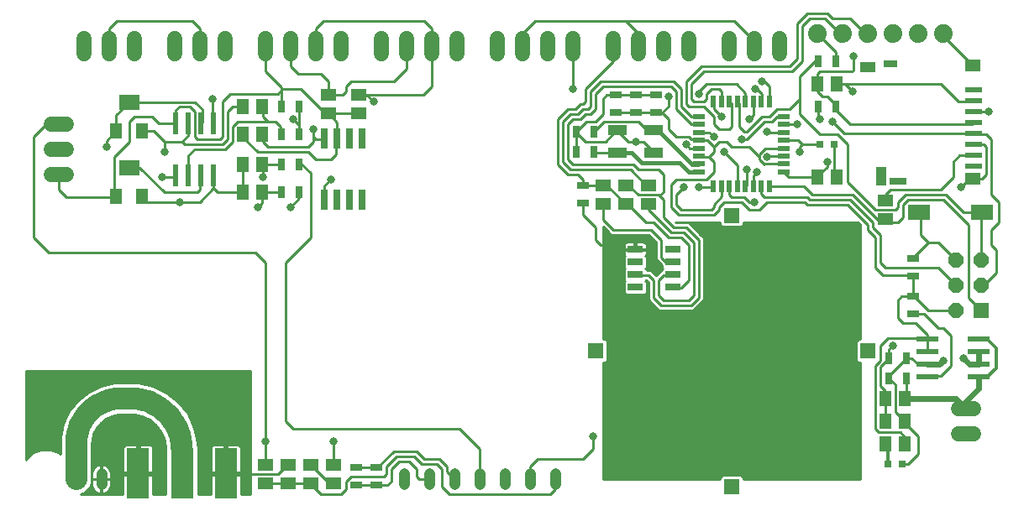
<source format=gtl>
G75*
G70*
%OFA0B0*%
%FSLAX24Y24*%
%IPPOS*%
%LPD*%
%AMOC8*
5,1,8,0,0,1.08239X$1,22.5*
%
%ADD10R,0.0500X0.0220*%
%ADD11R,0.0220X0.0500*%
%ADD12R,0.0472X0.0315*%
%ADD13R,0.0315X0.0472*%
%ADD14C,0.0600*%
%ADD15R,0.0315X0.0315*%
%ADD16R,0.0748X0.0433*%
%ADD17C,0.0740*%
%ADD18R,0.0600X0.0600*%
%ADD19OC8,0.0600*%
%ADD20R,0.0260X0.0800*%
%ADD21R,0.0689X0.0236*%
%ADD22R,0.0591X0.0512*%
%ADD23R,0.0551X0.0315*%
%ADD24R,0.0610X0.0394*%
%ADD25R,0.0669X0.0315*%
%ADD26R,0.0394X0.0748*%
%ADD27R,0.0630X0.0630*%
%ADD28R,0.0600X0.0300*%
%ADD29R,0.0866X0.0236*%
%ADD30R,0.0906X0.0630*%
%ADD31R,0.0900X0.2000*%
%ADD32C,0.0436*%
%ADD33R,0.0236X0.0866*%
%ADD34R,0.0512X0.0630*%
%ADD35R,0.0787X0.0630*%
%ADD36R,0.0512X0.0591*%
%ADD37C,0.0100*%
%ADD38C,0.0320*%
%ADD39C,0.0240*%
%ADD40C,0.0120*%
%ADD41C,0.0160*%
%ADD42C,0.0860*%
%ADD43C,0.0500*%
D10*
X027521Y016848D03*
X027521Y017163D03*
X027521Y017478D03*
X027521Y017793D03*
X027521Y018108D03*
X027521Y018423D03*
X027521Y018738D03*
X027521Y019053D03*
X030901Y019053D03*
X030901Y018738D03*
X030901Y018423D03*
X030901Y018108D03*
X030901Y017793D03*
X030901Y017478D03*
X030901Y017163D03*
X030901Y016848D03*
D11*
X030313Y016261D03*
X029998Y016261D03*
X029683Y016261D03*
X029368Y016261D03*
X029053Y016261D03*
X028738Y016261D03*
X028423Y016261D03*
X028108Y016261D03*
X028108Y019641D03*
X028423Y019641D03*
X028738Y019641D03*
X029053Y019641D03*
X029368Y019641D03*
X029683Y019641D03*
X029998Y019641D03*
X030313Y019641D03*
D12*
X025811Y019905D03*
X025011Y019905D03*
X024211Y019905D03*
X024211Y019196D03*
X025011Y019196D03*
X025811Y019196D03*
X022911Y016305D03*
X022911Y015596D03*
X036011Y013405D03*
X036011Y012696D03*
X036011Y011905D03*
X036011Y011196D03*
X014711Y005105D03*
X013911Y005105D03*
X013911Y004396D03*
X014711Y004396D03*
D13*
X011665Y016051D03*
X010956Y016051D03*
X010956Y017151D03*
X011665Y017151D03*
X011665Y018351D03*
X010956Y018351D03*
X010956Y019451D03*
X011665Y019451D03*
X022656Y018451D03*
X023365Y018451D03*
X023365Y017651D03*
X022656Y017651D03*
X032256Y019451D03*
X032965Y019451D03*
X032965Y021251D03*
X032256Y021251D03*
X035056Y009451D03*
X035765Y009451D03*
X035765Y008651D03*
X035056Y008651D03*
D14*
X037811Y007451D02*
X038411Y007451D01*
X038411Y006451D02*
X037811Y006451D01*
X030711Y021551D02*
X030711Y022151D01*
X029711Y022151D02*
X029711Y021551D01*
X028711Y021551D02*
X028711Y022151D01*
X027111Y022151D02*
X027111Y021551D01*
X026111Y021551D02*
X026111Y022151D01*
X025111Y022151D02*
X025111Y021551D01*
X024111Y021551D02*
X024111Y022151D01*
X022511Y022151D02*
X022511Y021551D01*
X021511Y021551D02*
X021511Y022151D01*
X020511Y022151D02*
X020511Y021551D01*
X019511Y021551D02*
X019511Y022151D01*
X017911Y022151D02*
X017911Y021551D01*
X016911Y021551D02*
X016911Y022151D01*
X015911Y022151D02*
X015911Y021551D01*
X014911Y021551D02*
X014911Y022151D01*
X013311Y022151D02*
X013311Y021551D01*
X012311Y021551D02*
X012311Y022151D01*
X011311Y022151D02*
X011311Y021551D01*
X010311Y021551D02*
X010311Y022151D01*
X008711Y022151D02*
X008711Y021551D01*
X007711Y021551D02*
X007711Y022151D01*
X006711Y022151D02*
X006711Y021551D01*
X005111Y021551D02*
X005111Y022151D01*
X004111Y022151D02*
X004111Y021551D01*
X003111Y021551D02*
X003111Y022151D01*
X002411Y018751D02*
X001811Y018751D01*
X001811Y017751D02*
X002411Y017751D01*
X002411Y016751D02*
X001811Y016751D01*
D15*
X032315Y017951D03*
X032906Y017951D03*
X035015Y005251D03*
X035606Y005251D03*
D16*
X025739Y017598D03*
X025739Y018503D03*
X024282Y018503D03*
X024282Y017598D03*
D17*
X032211Y022351D03*
X033211Y022351D03*
X034211Y022351D03*
X035211Y022351D03*
X036211Y022351D03*
X037211Y022351D03*
D18*
X038711Y011351D03*
D19*
X037711Y011351D03*
X037711Y012351D03*
X038711Y012351D03*
X038711Y013351D03*
X037711Y013351D03*
D20*
X014161Y015741D03*
X013661Y015741D03*
X013161Y015741D03*
X012661Y015741D03*
X012661Y018161D03*
X013161Y018161D03*
X013661Y018161D03*
X014161Y018161D03*
D21*
X038426Y018362D03*
X038426Y017929D03*
X038426Y017496D03*
X038426Y017063D03*
X038426Y018796D03*
X038426Y019229D03*
X038426Y019662D03*
X038426Y020095D03*
D22*
X038386Y021079D03*
X038386Y016591D03*
X034911Y015725D03*
X034911Y014977D03*
X025511Y015577D03*
X024611Y015577D03*
X023711Y015577D03*
X023711Y016325D03*
X024611Y016325D03*
X025511Y016325D03*
X014011Y019177D03*
X014011Y019925D03*
X012811Y019925D03*
X012811Y019177D03*
X013011Y005225D03*
X012111Y005225D03*
X011211Y005225D03*
X010311Y005225D03*
X010311Y004477D03*
X011211Y004477D03*
X012111Y004477D03*
X013011Y004477D03*
D23*
X035118Y021158D03*
D24*
X034213Y021000D03*
D25*
X035433Y016473D03*
D26*
X034764Y016670D03*
D27*
X028829Y015126D03*
X034222Y009733D03*
X028829Y004339D03*
X023435Y009733D03*
D28*
X024996Y012267D03*
X024996Y012767D03*
X024996Y013267D03*
X024996Y013767D03*
X026496Y013767D03*
X026496Y013267D03*
X026496Y012767D03*
X026496Y012267D03*
D29*
X036587Y010201D03*
X036587Y009701D03*
X036587Y009201D03*
X036587Y008701D03*
X038634Y008701D03*
X038634Y009201D03*
X038634Y009701D03*
X038634Y010201D03*
D30*
X038751Y015251D03*
X036270Y015251D03*
D31*
X008751Y004861D03*
X007011Y004861D03*
X005271Y004861D03*
D32*
X003811Y004869D02*
X003811Y004433D01*
X002811Y004433D02*
X002811Y004869D01*
X015811Y004869D02*
X015811Y004433D01*
X016811Y004433D02*
X016811Y004869D01*
X017811Y004869D02*
X017811Y004433D01*
X018811Y004433D02*
X018811Y004869D01*
X019811Y004869D02*
X019811Y004433D01*
X020811Y004433D02*
X020811Y004869D01*
X021811Y004869D02*
X021811Y004433D01*
D33*
X008261Y016727D03*
X007761Y016727D03*
X007261Y016727D03*
X006761Y016727D03*
X006761Y018774D03*
X007261Y018774D03*
X007761Y018774D03*
X008261Y018774D03*
D34*
X005413Y018480D03*
X004409Y018480D03*
X004409Y015880D03*
X005413Y015880D03*
D35*
X004911Y017021D03*
X004911Y019621D03*
D36*
X009437Y019451D03*
X010185Y019451D03*
X010185Y018351D03*
X009437Y018351D03*
X009437Y017151D03*
X010185Y017151D03*
X010185Y016051D03*
X009437Y016051D03*
X032237Y016651D03*
X032985Y016651D03*
X032985Y020351D03*
X032237Y020351D03*
X034937Y007851D03*
X035685Y007851D03*
X035685Y006951D03*
X034937Y006951D03*
X034937Y006051D03*
X035685Y006051D03*
D37*
X003167Y004117D02*
X003008Y004051D01*
X004671Y004051D01*
X004671Y004811D01*
X005221Y004811D01*
X005221Y004911D01*
X005221Y006011D01*
X004801Y006011D01*
X004763Y006000D01*
X004728Y005981D01*
X004701Y005953D01*
X004681Y005919D01*
X003441Y005919D01*
X003441Y005821D02*
X004671Y005821D01*
X004671Y005880D02*
X004671Y004911D01*
X005221Y004911D01*
X005321Y004911D01*
X005871Y004911D01*
X005871Y005880D01*
X005860Y005919D01*
X006361Y005919D01*
X006361Y005943D02*
X006361Y004051D01*
X005871Y004051D01*
X005871Y004811D01*
X005321Y004811D01*
X005321Y004911D01*
X005321Y006011D01*
X005740Y006011D01*
X005778Y006000D01*
X005813Y005981D01*
X005841Y005953D01*
X005860Y005919D01*
X005871Y005821D02*
X006361Y005821D01*
X006361Y005722D02*
X005871Y005722D01*
X005871Y005624D02*
X006361Y005624D01*
X006361Y005525D02*
X005871Y005525D01*
X005871Y005427D02*
X006361Y005427D01*
X006361Y005328D02*
X005871Y005328D01*
X005871Y005230D02*
X006361Y005230D01*
X006361Y005131D02*
X005871Y005131D01*
X005871Y005033D02*
X006361Y005033D01*
X006361Y004934D02*
X005871Y004934D01*
X005871Y004737D02*
X006361Y004737D01*
X006361Y004639D02*
X005871Y004639D01*
X005871Y004540D02*
X006361Y004540D01*
X006361Y004442D02*
X005871Y004442D01*
X005871Y004343D02*
X006361Y004343D01*
X006361Y004245D02*
X005871Y004245D01*
X005871Y004146D02*
X006361Y004146D01*
X006361Y004836D02*
X005321Y004836D01*
X005321Y004934D02*
X005221Y004934D01*
X005221Y004836D02*
X004179Y004836D01*
X004179Y004905D02*
X004165Y004976D01*
X004137Y005043D01*
X004097Y005103D01*
X004045Y005155D01*
X003985Y005195D01*
X003918Y005223D01*
X003847Y005237D01*
X003820Y005237D01*
X003820Y004660D01*
X004179Y004660D01*
X004179Y004905D01*
X004173Y004934D02*
X004671Y004934D01*
X004671Y005033D02*
X004141Y005033D01*
X004069Y005131D02*
X004671Y005131D01*
X004671Y005230D02*
X003883Y005230D01*
X003820Y005230D02*
X003802Y005230D01*
X003802Y005237D02*
X003774Y005237D01*
X003703Y005223D01*
X003636Y005195D01*
X003576Y005155D01*
X003525Y005103D01*
X003484Y005043D01*
X003457Y004976D01*
X003442Y004905D01*
X003442Y004660D01*
X003802Y004660D01*
X003802Y005237D01*
X003738Y005230D02*
X003441Y005230D01*
X003441Y005328D02*
X004671Y005328D01*
X004671Y005427D02*
X003441Y005427D01*
X003441Y005525D02*
X004671Y005525D01*
X004671Y005624D02*
X003441Y005624D01*
X003441Y005722D02*
X004671Y005722D01*
X004671Y005880D02*
X004681Y005919D01*
X005221Y005919D02*
X005321Y005919D01*
X005321Y005821D02*
X005221Y005821D01*
X005221Y005722D02*
X005321Y005722D01*
X005321Y005624D02*
X005221Y005624D01*
X005221Y005525D02*
X005321Y005525D01*
X005321Y005427D02*
X005221Y005427D01*
X005221Y005328D02*
X005321Y005328D01*
X005321Y005230D02*
X005221Y005230D01*
X005221Y005131D02*
X005321Y005131D01*
X005321Y005033D02*
X005221Y005033D01*
X004671Y004737D02*
X004179Y004737D01*
X004179Y004642D02*
X003820Y004642D01*
X003820Y004660D01*
X003802Y004660D01*
X003802Y004642D01*
X003820Y004642D01*
X003820Y004064D01*
X003847Y004064D01*
X003918Y004079D01*
X003985Y004106D01*
X004045Y004147D01*
X004097Y004198D01*
X004137Y004258D01*
X004165Y004325D01*
X004179Y004396D01*
X004179Y004642D01*
X004179Y004639D02*
X004671Y004639D01*
X004671Y004540D02*
X004179Y004540D01*
X004179Y004442D02*
X004671Y004442D01*
X004671Y004343D02*
X004168Y004343D01*
X004128Y004245D02*
X004671Y004245D01*
X004671Y004146D02*
X004045Y004146D01*
X003820Y004146D02*
X003802Y004146D01*
X003802Y004064D02*
X003802Y004642D01*
X003442Y004642D01*
X003442Y004396D01*
X003457Y004325D01*
X003484Y004258D01*
X003525Y004198D01*
X003576Y004147D01*
X003636Y004106D01*
X003703Y004079D01*
X003774Y004064D01*
X003802Y004064D01*
X003802Y004245D02*
X003820Y004245D01*
X003820Y004343D02*
X003802Y004343D01*
X003802Y004442D02*
X003820Y004442D01*
X003820Y004540D02*
X003802Y004540D01*
X003802Y004639D02*
X003820Y004639D01*
X003820Y004737D02*
X003802Y004737D01*
X003802Y004836D02*
X003820Y004836D01*
X003820Y004934D02*
X003802Y004934D01*
X003802Y005033D02*
X003820Y005033D01*
X003820Y005131D02*
X003802Y005131D01*
X003552Y005131D02*
X003441Y005131D01*
X003441Y005033D02*
X003480Y005033D01*
X003448Y004934D02*
X003441Y004934D01*
X003441Y004836D02*
X003442Y004836D01*
X003441Y004737D02*
X003442Y004737D01*
X003441Y004639D02*
X003442Y004639D01*
X003441Y004540D02*
X003442Y004540D01*
X003441Y004525D02*
X003441Y006051D01*
X003448Y006182D01*
X003506Y006437D01*
X003620Y006673D01*
X003783Y006878D01*
X003988Y007041D01*
X004224Y007155D01*
X004480Y007213D01*
X004611Y007221D01*
X004961Y007221D01*
X005120Y007212D01*
X005430Y007141D01*
X005716Y007003D01*
X005965Y006805D01*
X006163Y006556D01*
X006301Y006270D01*
X006372Y005960D01*
X006372Y005955D01*
X006361Y005943D01*
X006358Y006018D02*
X003441Y006018D01*
X003444Y006116D02*
X006336Y006116D01*
X006313Y006215D02*
X003455Y006215D01*
X003478Y006313D02*
X006280Y006313D01*
X006233Y006412D02*
X003500Y006412D01*
X003541Y006510D02*
X006185Y006510D01*
X006121Y006609D02*
X003589Y006609D01*
X003647Y006707D02*
X006043Y006707D01*
X005964Y006806D02*
X003726Y006806D01*
X003816Y006904D02*
X005840Y006904D01*
X005717Y007003D02*
X003940Y007003D01*
X004112Y007101D02*
X005512Y007101D01*
X005172Y007200D02*
X004420Y007200D01*
X003019Y007889D02*
X000811Y007889D01*
X000811Y007791D02*
X002895Y007791D01*
X002881Y007780D02*
X002540Y007352D01*
X002540Y007352D01*
X002302Y006858D01*
X002181Y006324D01*
X002181Y005639D01*
X002103Y005704D01*
X001782Y005821D01*
X001440Y005821D01*
X001118Y005704D01*
X000856Y005484D01*
X000856Y005484D01*
X000856Y005484D01*
X000811Y005405D01*
X000811Y008951D01*
X009711Y008951D01*
X009711Y004051D01*
X009351Y004051D01*
X009351Y004811D01*
X008801Y004811D01*
X008801Y004911D01*
X009351Y004911D01*
X009351Y005880D01*
X009340Y005919D01*
X009711Y005919D01*
X009711Y005821D02*
X009351Y005821D01*
X009340Y005919D02*
X009321Y005953D01*
X009293Y005981D01*
X009258Y006000D01*
X009220Y006011D01*
X008801Y006011D01*
X008801Y004911D01*
X008701Y004911D01*
X008701Y006011D01*
X008281Y006011D01*
X008243Y006000D01*
X008208Y005981D01*
X008181Y005953D01*
X008161Y005919D01*
X007661Y005919D01*
X007661Y005943D02*
X007641Y005963D01*
X007641Y006103D01*
X007506Y006691D01*
X007506Y006691D01*
X007244Y007235D01*
X007244Y007235D01*
X006868Y007708D01*
X006868Y007708D01*
X006868Y007708D01*
X006395Y008084D01*
X005851Y008346D01*
X005263Y008481D01*
X004337Y008481D01*
X003803Y008359D01*
X003310Y008121D01*
X003310Y008121D01*
X002881Y007780D01*
X002881Y007780D01*
X002812Y007692D02*
X000811Y007692D01*
X000811Y007594D02*
X002733Y007594D01*
X002654Y007495D02*
X000811Y007495D01*
X000811Y007397D02*
X002576Y007397D01*
X002514Y007298D02*
X000811Y007298D01*
X000811Y007200D02*
X002467Y007200D01*
X002419Y007101D02*
X000811Y007101D01*
X000811Y007003D02*
X002372Y007003D01*
X002325Y006904D02*
X000811Y006904D01*
X000811Y006806D02*
X002290Y006806D01*
X002302Y006858D02*
X002302Y006858D01*
X002268Y006707D02*
X000811Y006707D01*
X000811Y006609D02*
X002245Y006609D01*
X002223Y006510D02*
X000811Y006510D01*
X000811Y006412D02*
X002200Y006412D01*
X002181Y006313D02*
X000811Y006313D01*
X000811Y006215D02*
X002181Y006215D01*
X002181Y006116D02*
X000811Y006116D01*
X000811Y006018D02*
X002181Y006018D01*
X002181Y005919D02*
X000811Y005919D01*
X000811Y005821D02*
X002181Y005821D01*
X002181Y005722D02*
X002052Y005722D01*
X002103Y005704D02*
X002103Y005704D01*
X001169Y005722D02*
X000811Y005722D01*
X000811Y005624D02*
X001023Y005624D01*
X000905Y005525D02*
X000811Y005525D01*
X000811Y005427D02*
X000823Y005427D01*
X003167Y004117D02*
X003345Y004294D01*
X003441Y004525D01*
X003442Y004442D02*
X003406Y004442D01*
X003365Y004343D02*
X003453Y004343D01*
X003493Y004245D02*
X003296Y004245D01*
X003197Y004146D02*
X003577Y004146D01*
X007570Y006412D02*
X009711Y006412D01*
X009711Y006510D02*
X007548Y006510D01*
X007525Y006609D02*
X009711Y006609D01*
X009711Y006707D02*
X007499Y006707D01*
X007451Y006806D02*
X009711Y006806D01*
X009711Y006904D02*
X007404Y006904D01*
X007356Y007003D02*
X009711Y007003D01*
X009711Y007101D02*
X007309Y007101D01*
X007261Y007200D02*
X009711Y007200D01*
X009711Y007298D02*
X007194Y007298D01*
X007116Y007397D02*
X009711Y007397D01*
X009711Y007495D02*
X007037Y007495D01*
X006959Y007594D02*
X009711Y007594D01*
X009711Y007692D02*
X006880Y007692D01*
X006764Y007791D02*
X009711Y007791D01*
X009711Y007889D02*
X006640Y007889D01*
X006517Y007988D02*
X009711Y007988D01*
X009711Y008086D02*
X006391Y008086D01*
X006395Y008084D02*
X006395Y008084D01*
X006187Y008185D02*
X009711Y008185D01*
X009711Y008283D02*
X005982Y008283D01*
X005851Y008346D02*
X005851Y008346D01*
X005696Y008382D02*
X009711Y008382D01*
X009711Y008480D02*
X005265Y008480D01*
X004335Y008480D02*
X000811Y008480D01*
X000811Y008382D02*
X003903Y008382D01*
X003646Y008283D02*
X000811Y008283D01*
X000811Y008185D02*
X003441Y008185D01*
X003266Y008086D02*
X000811Y008086D01*
X000811Y007988D02*
X003142Y007988D01*
X000811Y008579D02*
X009711Y008579D01*
X009711Y008677D02*
X000811Y008677D01*
X000811Y008776D02*
X009711Y008776D01*
X009711Y008874D02*
X000811Y008874D01*
X007593Y006313D02*
X009711Y006313D01*
X009711Y006215D02*
X007615Y006215D01*
X007637Y006116D02*
X009711Y006116D01*
X009711Y006018D02*
X007641Y006018D01*
X007661Y005943D02*
X007661Y004051D01*
X008151Y004051D01*
X008151Y004811D01*
X008701Y004811D01*
X008701Y004911D01*
X008151Y004911D01*
X008151Y005880D01*
X008161Y005919D01*
X008151Y005821D02*
X007661Y005821D01*
X007661Y005722D02*
X008151Y005722D01*
X008151Y005624D02*
X007661Y005624D01*
X007661Y005525D02*
X008151Y005525D01*
X008151Y005427D02*
X007661Y005427D01*
X007661Y005328D02*
X008151Y005328D01*
X008151Y005230D02*
X007661Y005230D01*
X007661Y005131D02*
X008151Y005131D01*
X008151Y005033D02*
X007661Y005033D01*
X007661Y004934D02*
X008151Y004934D01*
X008151Y004737D02*
X007661Y004737D01*
X007661Y004639D02*
X008151Y004639D01*
X008151Y004540D02*
X007661Y004540D01*
X007661Y004442D02*
X008151Y004442D01*
X008151Y004343D02*
X007661Y004343D01*
X007661Y004245D02*
X008151Y004245D01*
X008151Y004146D02*
X007661Y004146D01*
X007661Y004836D02*
X008701Y004836D01*
X008751Y004861D02*
X008761Y004851D01*
X010811Y004851D01*
X011185Y005225D01*
X011211Y005225D01*
X012111Y005225D02*
X012859Y004477D01*
X013011Y004477D01*
X013311Y004051D02*
X012511Y004051D01*
X012111Y004451D01*
X012111Y004477D01*
X011211Y004477D01*
X010311Y004477D01*
X009711Y004442D02*
X009351Y004442D01*
X009351Y004540D02*
X009711Y004540D01*
X009711Y004639D02*
X009351Y004639D01*
X009351Y004737D02*
X009711Y004737D01*
X009711Y004836D02*
X008801Y004836D01*
X008801Y004934D02*
X008701Y004934D01*
X008701Y005033D02*
X008801Y005033D01*
X008801Y005131D02*
X008701Y005131D01*
X008701Y005230D02*
X008801Y005230D01*
X008801Y005328D02*
X008701Y005328D01*
X008701Y005427D02*
X008801Y005427D01*
X008801Y005525D02*
X008701Y005525D01*
X008701Y005624D02*
X008801Y005624D01*
X008801Y005722D02*
X008701Y005722D01*
X008701Y005821D02*
X008801Y005821D01*
X008801Y005919D02*
X008701Y005919D01*
X009351Y005722D02*
X009711Y005722D01*
X009711Y005624D02*
X009351Y005624D01*
X009351Y005525D02*
X009711Y005525D01*
X009711Y005427D02*
X009351Y005427D01*
X009351Y005328D02*
X009711Y005328D01*
X009711Y005230D02*
X009351Y005230D01*
X009351Y005131D02*
X009711Y005131D01*
X009711Y005033D02*
X009351Y005033D01*
X009351Y004934D02*
X009711Y004934D01*
X010311Y005225D02*
X010311Y006151D01*
X010311Y013251D01*
X009911Y013651D01*
X001711Y013651D01*
X001111Y014251D01*
X001111Y018251D01*
X001611Y018751D01*
X002111Y018751D01*
X004011Y018082D02*
X004011Y017851D01*
X004011Y018082D02*
X004409Y018480D01*
X004409Y019120D01*
X004911Y019621D01*
X007540Y019621D01*
X007811Y019351D01*
X007811Y018824D01*
X007761Y018774D01*
X008211Y018824D02*
X008261Y018774D01*
X008211Y018824D02*
X008211Y019751D01*
X008611Y019651D02*
X008911Y019951D01*
X010811Y019951D01*
X010956Y020096D01*
X011011Y020151D01*
X010956Y020151D01*
X010956Y020205D01*
X010311Y020851D01*
X010311Y021851D01*
X011311Y021851D02*
X011311Y021051D01*
X011611Y020751D01*
X012511Y020751D01*
X012811Y020451D01*
X012811Y019925D01*
X013385Y019925D01*
X013511Y020051D01*
X013511Y020251D01*
X013711Y020451D01*
X015411Y020451D01*
X015911Y020951D01*
X015911Y021851D01*
X016911Y021851D02*
X016911Y022551D01*
X016611Y022851D01*
X012611Y022851D01*
X012311Y022551D01*
X012311Y021851D01*
X011711Y020151D02*
X011011Y020151D01*
X010956Y020096D02*
X010956Y019451D01*
X011665Y019451D02*
X011665Y018351D01*
X011665Y018696D01*
X011411Y018951D01*
X012211Y018551D02*
X012211Y018251D01*
X012211Y018051D01*
X012011Y017851D01*
X010411Y017851D01*
X010211Y018051D01*
X010211Y018325D01*
X010185Y018351D01*
X010211Y018225D01*
X010911Y018396D02*
X010911Y018651D01*
X010711Y018851D01*
X010411Y018851D01*
X009211Y018851D01*
X009011Y018651D01*
X009011Y018051D01*
X008711Y017751D01*
X007511Y017751D01*
X007261Y017501D01*
X007261Y016727D01*
X007711Y016677D02*
X007761Y016727D01*
X007711Y016677D02*
X007711Y016151D01*
X007611Y016051D01*
X006311Y016051D01*
X005340Y017021D01*
X004911Y017021D01*
X004311Y017451D02*
X004311Y015978D01*
X004409Y015880D01*
X004379Y015851D01*
X002411Y015851D01*
X002111Y016151D01*
X002111Y016751D01*
X004311Y017451D02*
X004911Y018051D01*
X004911Y018851D01*
X005111Y019051D01*
X005811Y019051D01*
X006087Y018774D01*
X006761Y018774D01*
X006761Y019301D01*
X006911Y019451D01*
X007311Y019451D01*
X007511Y019251D01*
X007511Y018251D01*
X007611Y018151D01*
X008511Y018151D01*
X008611Y018251D01*
X008611Y019651D01*
X009011Y019451D02*
X008811Y019251D01*
X008811Y018151D01*
X008611Y017951D01*
X007111Y017951D01*
X007011Y018051D01*
X007261Y018301D01*
X007261Y018774D01*
X007011Y018051D02*
X006311Y018051D01*
X006311Y017651D01*
X006311Y018051D02*
X005881Y018480D01*
X005413Y018480D01*
X006761Y016727D02*
X006684Y016651D01*
X006211Y016651D01*
X005413Y015880D02*
X005413Y015849D01*
X005611Y015651D01*
X006911Y015651D01*
X007711Y015651D01*
X008261Y016201D01*
X008411Y016051D01*
X009437Y016051D01*
X009437Y017151D01*
X010185Y017151D02*
X010211Y017125D01*
X010211Y016651D01*
X010185Y017151D02*
X010185Y017377D01*
X010185Y017151D02*
X010956Y017151D01*
X011665Y017151D02*
X011765Y017151D01*
X012111Y016805D01*
X012111Y014251D01*
X011111Y013251D01*
X011111Y006951D01*
X011411Y006651D01*
X018011Y006651D01*
X018811Y005851D01*
X018811Y004651D01*
X017811Y004651D02*
X017511Y004951D01*
X017511Y005151D01*
X017211Y005451D01*
X016611Y005451D01*
X016311Y005751D01*
X015411Y005751D01*
X014765Y005105D01*
X014711Y005105D01*
X013911Y005105D01*
X013711Y004751D02*
X015011Y004751D01*
X015111Y004851D01*
X015111Y005151D01*
X015511Y005551D01*
X016211Y005551D01*
X016511Y005251D01*
X017111Y005251D01*
X017311Y005051D01*
X017311Y004351D01*
X017611Y004051D01*
X021611Y004051D01*
X021811Y004251D01*
X021811Y004651D01*
X020811Y004651D02*
X020811Y005151D01*
X021111Y005451D01*
X022911Y005451D01*
X023311Y005851D01*
X023311Y006351D01*
X023711Y006313D02*
X033911Y006313D01*
X033911Y006215D02*
X023711Y006215D01*
X023711Y006116D02*
X033911Y006116D01*
X033911Y006018D02*
X023711Y006018D01*
X023711Y005919D02*
X033911Y005919D01*
X033911Y005821D02*
X023711Y005821D01*
X023711Y005722D02*
X033911Y005722D01*
X033911Y005624D02*
X023711Y005624D01*
X023711Y005525D02*
X033911Y005525D01*
X033911Y005427D02*
X023711Y005427D01*
X023711Y005328D02*
X033911Y005328D01*
X033911Y005230D02*
X023711Y005230D01*
X023711Y005131D02*
X033911Y005131D01*
X033911Y005033D02*
X023711Y005033D01*
X023711Y004934D02*
X033911Y004934D01*
X033911Y004836D02*
X023711Y004836D01*
X023711Y004737D02*
X028385Y004737D01*
X028364Y004716D02*
X028364Y004651D01*
X023711Y004651D01*
X023711Y009268D01*
X023812Y009268D01*
X023900Y009355D01*
X023900Y010110D01*
X023812Y010197D01*
X023711Y010197D01*
X023711Y014668D01*
X023911Y014468D01*
X024028Y014351D01*
X025528Y014351D01*
X025811Y014068D01*
X025811Y013368D01*
X026011Y013168D01*
X026046Y013132D01*
X026046Y013055D01*
X026084Y013017D01*
X026046Y012979D01*
X026046Y012951D01*
X026028Y012951D01*
X025911Y012833D01*
X025811Y012733D01*
X025711Y012833D01*
X025593Y012951D01*
X025446Y012951D01*
X025446Y012979D01*
X025409Y013017D01*
X025446Y013055D01*
X025446Y013479D01*
X025409Y013517D01*
X025416Y013525D01*
X025436Y013559D01*
X025446Y013597D01*
X025446Y013742D01*
X025021Y013742D01*
X025021Y013792D01*
X024971Y013792D01*
X024971Y013742D01*
X024546Y013742D01*
X024546Y013597D01*
X024557Y013559D01*
X024576Y013525D01*
X024584Y013517D01*
X024546Y013479D01*
X024546Y013055D01*
X024584Y013017D01*
X024546Y012979D01*
X024546Y012555D01*
X024584Y012517D01*
X024546Y012479D01*
X024546Y012055D01*
X024634Y011967D01*
X025359Y011967D01*
X025446Y012055D01*
X025446Y012479D01*
X025409Y012517D01*
X025435Y012543D01*
X025511Y012468D01*
X025511Y011768D01*
X025928Y011351D01*
X027293Y011351D01*
X027411Y011468D01*
X027711Y011768D01*
X027711Y014233D01*
X027593Y014351D01*
X027211Y014733D01*
X027093Y014851D01*
X026593Y014851D01*
X028364Y014851D01*
X028364Y014749D01*
X028452Y014661D01*
X029206Y014661D01*
X029294Y014749D01*
X029294Y014851D01*
X033828Y014851D01*
X033911Y014768D01*
X033911Y010197D01*
X033845Y010197D01*
X033757Y010110D01*
X033757Y009355D01*
X033845Y009268D01*
X023813Y009268D01*
X023900Y009367D02*
X033757Y009367D01*
X033757Y009465D02*
X023900Y009465D01*
X023900Y009564D02*
X033757Y009564D01*
X033757Y009662D02*
X023900Y009662D01*
X023900Y009761D02*
X033757Y009761D01*
X033757Y009859D02*
X023900Y009859D01*
X023900Y009958D02*
X033757Y009958D01*
X033757Y010056D02*
X023900Y010056D01*
X023855Y010155D02*
X033802Y010155D01*
X033911Y010253D02*
X023711Y010253D01*
X023711Y010352D02*
X033911Y010352D01*
X033911Y010450D02*
X023711Y010450D01*
X023711Y010549D02*
X033911Y010549D01*
X033911Y010647D02*
X023711Y010647D01*
X023711Y010746D02*
X033911Y010746D01*
X033911Y010844D02*
X023711Y010844D01*
X023711Y010943D02*
X033911Y010943D01*
X033911Y011041D02*
X023711Y011041D01*
X023711Y011140D02*
X033911Y011140D01*
X033911Y011238D02*
X023711Y011238D01*
X023711Y011337D02*
X033911Y011337D01*
X033911Y011435D02*
X027378Y011435D01*
X027476Y011534D02*
X033911Y011534D01*
X033911Y011632D02*
X027575Y011632D01*
X027673Y011731D02*
X033911Y011731D01*
X033911Y011829D02*
X027711Y011829D01*
X027711Y011928D02*
X033911Y011928D01*
X033911Y012026D02*
X027711Y012026D01*
X027711Y012125D02*
X033911Y012125D01*
X033911Y012223D02*
X027711Y012223D01*
X027711Y012322D02*
X033911Y012322D01*
X033911Y012420D02*
X027711Y012420D01*
X027711Y012519D02*
X033911Y012519D01*
X033911Y012617D02*
X027711Y012617D01*
X027711Y012716D02*
X033911Y012716D01*
X033911Y012814D02*
X027711Y012814D01*
X027711Y012913D02*
X033911Y012913D01*
X033911Y013011D02*
X027711Y013011D01*
X027711Y013110D02*
X033911Y013110D01*
X033911Y013208D02*
X027711Y013208D01*
X027711Y013307D02*
X033911Y013307D01*
X033911Y013405D02*
X027711Y013405D01*
X027711Y013504D02*
X033911Y013504D01*
X033911Y013602D02*
X027711Y013602D01*
X027711Y013701D02*
X033911Y013701D01*
X033911Y013799D02*
X027711Y013799D01*
X027711Y013898D02*
X033911Y013898D01*
X033911Y013996D02*
X027711Y013996D01*
X027711Y014095D02*
X033911Y014095D01*
X033911Y014193D02*
X027711Y014193D01*
X027652Y014292D02*
X033911Y014292D01*
X033911Y014390D02*
X027554Y014390D01*
X027593Y014351D02*
X027593Y014351D01*
X027455Y014489D02*
X033911Y014489D01*
X033911Y014587D02*
X027357Y014587D01*
X027258Y014686D02*
X028427Y014686D01*
X028364Y014784D02*
X027160Y014784D01*
X027211Y014733D02*
X027211Y014733D01*
X027011Y014651D02*
X027511Y014151D01*
X027511Y011851D01*
X027211Y011551D01*
X026011Y011551D01*
X025711Y011851D01*
X025711Y012551D01*
X025511Y012751D01*
X025013Y012751D01*
X024996Y012767D01*
X024546Y012814D02*
X023711Y012814D01*
X023711Y012716D02*
X024546Y012716D01*
X024546Y012617D02*
X023711Y012617D01*
X023711Y012519D02*
X024583Y012519D01*
X024546Y012420D02*
X023711Y012420D01*
X023711Y012322D02*
X024546Y012322D01*
X024546Y012223D02*
X023711Y012223D01*
X023711Y012125D02*
X024546Y012125D01*
X024575Y012026D02*
X023711Y012026D01*
X023711Y011928D02*
X025511Y011928D01*
X025511Y012026D02*
X025418Y012026D01*
X025446Y012125D02*
X025511Y012125D01*
X025511Y012223D02*
X025446Y012223D01*
X025446Y012322D02*
X025511Y012322D01*
X025511Y012420D02*
X025446Y012420D01*
X025460Y012519D02*
X025410Y012519D01*
X025730Y012814D02*
X025891Y012814D01*
X025990Y012913D02*
X025631Y012913D01*
X025415Y013011D02*
X026078Y013011D01*
X026046Y013110D02*
X025446Y013110D01*
X025446Y013208D02*
X025970Y013208D01*
X025872Y013307D02*
X025446Y013307D01*
X025446Y013405D02*
X025811Y013405D01*
X025811Y013504D02*
X025422Y013504D01*
X025446Y013602D02*
X025811Y013602D01*
X025811Y013701D02*
X025446Y013701D01*
X025446Y013792D02*
X025021Y013792D01*
X025021Y014067D01*
X025316Y014067D01*
X025354Y014057D01*
X025389Y014037D01*
X025416Y014009D01*
X025436Y013975D01*
X025446Y013937D01*
X025446Y013792D01*
X025446Y013799D02*
X025811Y013799D01*
X025811Y013898D02*
X025446Y013898D01*
X025424Y013996D02*
X025811Y013996D01*
X025784Y014095D02*
X023711Y014095D01*
X023711Y014193D02*
X025685Y014193D01*
X025587Y014292D02*
X023711Y014292D01*
X023711Y014390D02*
X023988Y014390D01*
X023890Y014489D02*
X023711Y014489D01*
X023711Y014587D02*
X023791Y014587D01*
X024111Y014551D02*
X023711Y014951D01*
X023711Y015577D01*
X023863Y016325D02*
X024611Y015577D01*
X024685Y015577D01*
X025411Y014851D01*
X025711Y014851D01*
X026311Y014251D01*
X026811Y014251D01*
X027111Y013951D01*
X027111Y012551D01*
X026811Y012251D01*
X026513Y012251D01*
X026496Y012267D01*
X026111Y012751D02*
X025911Y012551D01*
X025911Y011951D01*
X026111Y011751D01*
X027111Y011751D01*
X027311Y011951D01*
X027311Y014051D01*
X026911Y014451D01*
X026411Y014451D01*
X025511Y015351D01*
X025511Y015577D01*
X025111Y015951D02*
X025911Y015951D01*
X025961Y015901D01*
X026111Y016051D01*
X026111Y016751D01*
X025911Y016951D01*
X025111Y016951D01*
X024911Y017151D01*
X022511Y017151D01*
X022311Y017351D01*
X022311Y018751D01*
X022511Y018951D01*
X022811Y018951D01*
X023011Y019151D01*
X023211Y019151D01*
X023411Y019351D01*
X023411Y019951D01*
X023711Y020251D01*
X026411Y020251D01*
X026611Y020051D01*
X026611Y019351D01*
X027211Y018751D01*
X027508Y018751D01*
X027521Y018738D01*
X027521Y019053D02*
X027213Y019053D01*
X027211Y019051D01*
X026811Y019451D01*
X026811Y020151D01*
X026511Y020451D01*
X023611Y020451D01*
X023211Y020051D01*
X023211Y019451D01*
X023111Y019351D01*
X022911Y019351D01*
X022711Y019151D01*
X022411Y019151D01*
X022111Y018851D01*
X022111Y017251D01*
X022411Y016951D01*
X024811Y016951D01*
X025437Y016325D01*
X025511Y016325D01*
X025111Y015951D02*
X024737Y016325D01*
X024611Y016325D01*
X023863Y016325D02*
X023711Y016325D01*
X023691Y016305D01*
X022911Y016305D01*
X022911Y016551D01*
X022711Y016751D01*
X022311Y016751D01*
X021911Y017151D01*
X021911Y018951D01*
X022311Y019351D01*
X022611Y019351D01*
X022811Y019551D01*
X022911Y019551D01*
X023011Y019651D01*
X023011Y020151D01*
X024111Y021251D01*
X024111Y021851D01*
X025111Y021851D02*
X025111Y022351D01*
X024611Y022851D01*
X028911Y022851D01*
X029711Y022051D01*
X029711Y021851D01*
X031111Y021051D02*
X027611Y021051D01*
X027011Y020451D01*
X027011Y019551D01*
X027111Y019451D01*
X027711Y019451D01*
X028111Y019051D01*
X028111Y018751D01*
X028311Y018551D01*
X028711Y018551D01*
X028811Y018651D01*
X028811Y019568D01*
X028738Y019641D01*
X028711Y019613D01*
X028423Y019641D02*
X028423Y020038D01*
X028311Y020151D01*
X028011Y020151D01*
X027811Y019951D01*
X027811Y019751D01*
X027711Y019651D01*
X027311Y019651D01*
X027211Y019751D01*
X027211Y020351D01*
X027711Y020851D01*
X031211Y020851D01*
X031611Y021251D01*
X031611Y022651D01*
X031911Y022951D01*
X032511Y022951D01*
X033111Y022351D01*
X033211Y022351D01*
X033511Y022951D02*
X032811Y022951D01*
X032611Y023151D01*
X031811Y023151D01*
X031411Y022751D01*
X031411Y021351D01*
X031111Y021051D01*
X031511Y020651D02*
X032111Y021251D01*
X032256Y021251D01*
X032311Y020851D02*
X033611Y020851D01*
X033661Y020901D01*
X033661Y021451D01*
X032965Y021596D02*
X032211Y022351D01*
X032965Y021596D02*
X032965Y021251D01*
X032311Y020851D02*
X032211Y020751D01*
X032211Y020377D01*
X032237Y020351D01*
X032211Y020325D01*
X032211Y020051D01*
X032411Y019851D01*
X032611Y019851D01*
X032965Y019496D01*
X032965Y019451D01*
X032965Y019296D01*
X033511Y018751D01*
X038381Y018751D01*
X038426Y018796D01*
X038426Y019229D02*
X038989Y019229D01*
X039011Y019251D01*
X038426Y019662D02*
X038415Y019651D01*
X037811Y019651D01*
X037111Y020351D01*
X033311Y020351D01*
X033611Y020051D01*
X033311Y020351D02*
X032985Y020351D01*
X032256Y019451D02*
X032256Y019105D01*
X032311Y019051D01*
X032311Y018951D01*
X032811Y018851D02*
X033299Y018362D01*
X038426Y018362D01*
X038437Y018351D01*
X038911Y018351D01*
X039111Y018151D01*
X039111Y015951D01*
X039411Y015651D01*
X039411Y014851D01*
X039111Y014551D01*
X039111Y013951D01*
X039311Y013751D01*
X039311Y012851D01*
X038811Y012351D01*
X038711Y012351D01*
X038211Y011851D02*
X038711Y011351D01*
X038211Y011851D02*
X038211Y014751D01*
X037211Y015751D01*
X035811Y015751D01*
X035611Y015551D01*
X035611Y015051D01*
X035411Y014851D01*
X035037Y014851D01*
X034911Y014977D01*
X034885Y014951D01*
X034611Y014951D01*
X033611Y015951D01*
X032011Y015951D01*
X031701Y016261D01*
X030313Y016261D01*
X029998Y016261D02*
X029998Y015963D01*
X030111Y015851D01*
X031811Y015851D01*
X031911Y015751D01*
X033511Y015751D01*
X034411Y014851D01*
X034411Y014651D01*
X034711Y014351D01*
X034711Y013251D01*
X034911Y013051D01*
X037011Y013051D01*
X037711Y012351D01*
X037711Y013351D02*
X037011Y014051D01*
X036611Y014051D01*
X036011Y013451D01*
X036011Y013405D01*
X035956Y012751D02*
X036011Y012696D01*
X036011Y011905D01*
X036056Y011905D01*
X036611Y011351D01*
X037711Y011351D01*
X037211Y010651D02*
X037011Y010651D01*
X036465Y011196D01*
X036011Y011196D01*
X036111Y010851D02*
X035611Y010851D01*
X035411Y011051D01*
X035411Y011751D01*
X035565Y011905D01*
X036011Y011905D01*
X035956Y012751D02*
X034811Y012751D01*
X034511Y013051D01*
X034511Y014251D01*
X034211Y014551D01*
X034211Y014751D01*
X033411Y015551D01*
X031811Y015551D01*
X031711Y015651D01*
X030211Y015651D01*
X029911Y015351D01*
X029511Y015351D01*
X029211Y015651D01*
X028511Y015651D01*
X028311Y015451D01*
X028311Y015351D01*
X028111Y015151D01*
X026711Y015151D01*
X026411Y015451D01*
X026411Y016351D01*
X026611Y016551D01*
X027811Y016551D01*
X028111Y016851D01*
X028111Y017251D01*
X027911Y017451D01*
X027548Y017451D01*
X027521Y017478D01*
X027521Y017793D02*
X027168Y017793D01*
X027011Y017951D01*
X027211Y018151D02*
X027478Y018151D01*
X027521Y018108D01*
X027853Y018108D01*
X028111Y017851D01*
X028311Y018051D01*
X028611Y018051D01*
X028811Y017851D01*
X029511Y017851D01*
X029911Y017451D01*
X029911Y017351D01*
X030111Y017151D01*
X030123Y017163D01*
X030901Y017163D01*
X030901Y016848D02*
X031098Y016651D01*
X032237Y016651D01*
X032237Y016677D01*
X032611Y017051D01*
X032611Y017251D01*
X032906Y016729D02*
X032985Y016651D01*
X032906Y016729D02*
X032906Y017951D01*
X033011Y018351D02*
X033411Y017951D01*
X033411Y016451D01*
X034511Y015351D01*
X035311Y015351D01*
X035411Y015451D01*
X035411Y015651D01*
X035711Y015951D01*
X037311Y015951D01*
X038011Y015251D01*
X038751Y015251D01*
X038711Y015210D01*
X038711Y013351D01*
X037711Y013351D02*
X037711Y013405D01*
X036611Y014051D02*
X036311Y014351D01*
X036311Y015210D01*
X036270Y015251D01*
X037111Y016151D02*
X035111Y016151D01*
X034911Y015951D01*
X034911Y015725D01*
X034911Y014977D02*
X035037Y014951D01*
X033894Y014784D02*
X029294Y014784D01*
X029230Y014686D02*
X033911Y014686D01*
X037111Y016151D02*
X037611Y016651D01*
X037611Y017251D01*
X037856Y017496D01*
X038426Y017496D01*
X038426Y017929D02*
X038447Y017951D01*
X038811Y017951D01*
X038911Y017851D01*
X038911Y016751D01*
X038751Y016591D01*
X038386Y016591D01*
X038251Y016591D01*
X037911Y016251D01*
X033011Y018351D02*
X032311Y018351D01*
X031511Y019151D01*
X031511Y019751D01*
X031511Y020651D01*
X031511Y019751D02*
X031111Y019351D01*
X030611Y019351D01*
X030311Y019051D01*
X030011Y019051D01*
X029411Y018451D01*
X029311Y018451D01*
X029111Y018651D01*
X029111Y019583D01*
X029053Y019641D01*
X029368Y019641D02*
X029368Y019993D01*
X029011Y020351D01*
X027811Y020351D01*
X027511Y020051D01*
X027511Y019951D01*
X028108Y019641D02*
X028111Y019638D01*
X028111Y019351D01*
X028411Y019051D01*
X027938Y018423D02*
X027521Y018423D01*
X027211Y018151D02*
X027111Y018251D01*
X026611Y018251D01*
X026311Y018551D01*
X026311Y018951D01*
X026065Y019196D01*
X026056Y019196D01*
X026311Y019451D01*
X026311Y019851D01*
X025856Y019905D02*
X025811Y019905D01*
X025011Y019905D01*
X024211Y019905D01*
X023865Y019905D01*
X023711Y019751D01*
X023711Y019151D01*
X023411Y018851D01*
X023056Y018851D01*
X022656Y018451D01*
X022656Y018405D01*
X023011Y018051D01*
X023811Y018051D01*
X024261Y018501D01*
X024711Y018051D01*
X025011Y018051D01*
X025311Y018051D01*
X025711Y017651D01*
X025711Y017551D01*
X025739Y018503D02*
X025458Y018503D01*
X025111Y018851D01*
X023765Y018851D01*
X023365Y018451D01*
X022656Y018451D02*
X022656Y017651D01*
X023365Y017651D02*
X023418Y017598D01*
X024282Y017598D01*
X024211Y019196D02*
X025011Y019196D01*
X025811Y019196D01*
X026056Y019196D01*
X027938Y018423D02*
X028111Y018251D01*
X028111Y017851D02*
X028111Y017651D01*
X027911Y017451D01*
X028511Y017651D02*
X029053Y017108D01*
X029053Y016261D01*
X028738Y016261D02*
X028711Y016233D01*
X028711Y015951D01*
X028811Y015851D01*
X029311Y015851D01*
X029511Y015651D01*
X029711Y015651D01*
X029683Y016261D02*
X029683Y016723D01*
X029811Y016851D01*
X029411Y016951D02*
X029411Y016303D01*
X029368Y016261D01*
X028423Y016261D02*
X028423Y015863D01*
X028111Y015551D01*
X028111Y015451D01*
X028011Y015351D01*
X026811Y015351D01*
X026611Y015551D01*
X026611Y015951D01*
X026911Y016251D01*
X027511Y016251D02*
X028098Y016251D01*
X028108Y016261D01*
X026111Y015751D02*
X026111Y015051D01*
X026511Y014651D01*
X027011Y014651D01*
X026593Y014851D02*
X026593Y014851D01*
X026011Y014151D02*
X026011Y013451D01*
X026211Y013251D01*
X026480Y013251D01*
X026496Y013267D01*
X026496Y012767D02*
X026480Y012751D01*
X026111Y012751D01*
X024578Y013011D02*
X023711Y013011D01*
X023711Y012913D02*
X024546Y012913D01*
X024546Y013110D02*
X023711Y013110D01*
X023711Y013208D02*
X024546Y013208D01*
X024546Y013307D02*
X023711Y013307D01*
X023711Y013405D02*
X024546Y013405D01*
X024571Y013504D02*
X023711Y013504D01*
X023711Y013602D02*
X024546Y013602D01*
X024546Y013701D02*
X023711Y013701D01*
X023711Y013799D02*
X024546Y013799D01*
X024546Y013792D02*
X024971Y013792D01*
X024971Y014067D01*
X024677Y014067D01*
X024639Y014057D01*
X024604Y014037D01*
X024576Y014009D01*
X024557Y013975D01*
X024546Y013937D01*
X024546Y013792D01*
X024511Y013751D02*
X024980Y013751D01*
X024996Y013767D01*
X024971Y013799D02*
X025021Y013799D01*
X025021Y013898D02*
X024971Y013898D01*
X024971Y013996D02*
X025021Y013996D01*
X024569Y013996D02*
X023711Y013996D01*
X023711Y013898D02*
X024546Y013898D01*
X024511Y013751D02*
X024311Y013951D01*
X023611Y013951D01*
X023411Y014151D01*
X023411Y014651D01*
X022911Y015151D01*
X022911Y015596D01*
X024111Y014551D02*
X025611Y014551D01*
X026011Y014151D01*
X026111Y015751D02*
X025961Y015901D01*
X029211Y018151D02*
X029411Y018151D01*
X030111Y018851D01*
X030411Y018851D01*
X030613Y019053D01*
X030901Y019053D01*
X030901Y018738D02*
X031398Y018738D01*
X031411Y018751D01*
X030901Y018423D02*
X030238Y018423D01*
X030211Y018451D01*
X030153Y017793D02*
X029911Y017551D01*
X029911Y017451D01*
X030211Y017451D02*
X030238Y017478D01*
X030901Y017478D01*
X030901Y017793D02*
X030153Y017793D01*
X030858Y018151D02*
X030901Y018108D01*
X031453Y018108D01*
X031611Y017951D01*
X032315Y017951D01*
X031611Y017951D02*
X031511Y017851D01*
X031511Y017651D01*
X029683Y019123D02*
X029511Y018951D01*
X029683Y019123D02*
X029683Y019641D01*
X029998Y019641D02*
X030011Y019653D01*
X030011Y019951D01*
X029811Y020151D01*
X029761Y020151D01*
X030011Y020451D02*
X030111Y020451D01*
X030313Y020248D01*
X030313Y019641D01*
X033511Y022951D02*
X034111Y022351D01*
X034211Y022351D01*
X037211Y022351D02*
X037211Y022255D01*
X038386Y021079D01*
X024611Y022851D02*
X021011Y022851D01*
X020511Y022351D01*
X020511Y021851D01*
X022511Y021851D02*
X022511Y020151D01*
X016911Y020251D02*
X016585Y019925D01*
X014011Y019925D01*
X014337Y019925D01*
X014611Y019651D01*
X014011Y019177D02*
X012811Y019177D01*
X012685Y019177D01*
X011711Y020151D01*
X010185Y019451D02*
X010211Y019251D01*
X010211Y019051D01*
X010411Y018851D01*
X010911Y018396D02*
X010956Y018351D01*
X012211Y018251D02*
X012311Y018151D01*
X012651Y018151D01*
X012661Y018161D01*
X013111Y018111D02*
X013161Y018161D01*
X013161Y018827D01*
X012811Y019177D01*
X013111Y018111D02*
X013111Y017551D01*
X012911Y017351D01*
X012311Y017351D01*
X012011Y017651D01*
X010011Y017651D01*
X009437Y018225D01*
X009437Y018351D01*
X009437Y019451D02*
X009011Y019451D01*
X007711Y021851D02*
X007711Y022551D01*
X007411Y022851D01*
X004411Y022851D01*
X004111Y022551D01*
X004111Y021851D01*
X008261Y016727D02*
X008261Y016201D01*
X010011Y015451D02*
X010185Y015625D01*
X010185Y016051D01*
X010956Y016051D01*
X011311Y015451D02*
X011665Y015805D01*
X011665Y016051D01*
X012661Y016301D02*
X012661Y015741D01*
X012661Y016301D02*
X012911Y016551D01*
X016911Y020251D02*
X016911Y021851D01*
X023711Y011829D02*
X025511Y011829D01*
X025548Y011731D02*
X023711Y011731D01*
X023711Y011632D02*
X025646Y011632D01*
X025745Y011534D02*
X023711Y011534D01*
X023711Y011435D02*
X025843Y011435D01*
X023711Y009170D02*
X033911Y009170D01*
X033911Y009268D02*
X033911Y004651D01*
X029294Y004651D01*
X029294Y004716D01*
X029206Y004804D01*
X028452Y004804D01*
X028364Y004716D01*
X029272Y004737D02*
X033911Y004737D01*
X035606Y005251D02*
X035811Y005251D01*
X036211Y005651D01*
X036211Y006351D01*
X035685Y006877D01*
X035685Y006951D01*
X035311Y007325D01*
X035311Y008396D01*
X035056Y008651D01*
X035056Y008742D01*
X035765Y009451D01*
X035965Y009451D01*
X036215Y009201D01*
X036587Y009201D01*
X036637Y008751D02*
X036587Y008701D01*
X036637Y008751D02*
X037111Y008751D01*
X037511Y009151D01*
X037511Y010351D01*
X037211Y010651D01*
X036587Y010374D02*
X036587Y010201D01*
X036537Y010251D01*
X035011Y010251D01*
X034711Y009951D01*
X034711Y009351D01*
X034511Y009151D01*
X034511Y006651D01*
X034661Y006501D01*
X035511Y006501D01*
X035685Y006327D01*
X035685Y006051D01*
X035685Y006951D02*
X035665Y006970D01*
X034937Y006951D02*
X034937Y007851D01*
X034911Y007851D01*
X034911Y008151D01*
X034711Y008351D01*
X034711Y009105D01*
X035056Y009451D01*
X035056Y009796D01*
X035211Y009951D01*
X036261Y009701D02*
X036587Y009701D01*
X036587Y010201D01*
X036587Y010374D02*
X036111Y010851D01*
X033911Y009268D02*
X033845Y009268D01*
X033911Y009071D02*
X023711Y009071D01*
X023711Y008973D02*
X033911Y008973D01*
X033911Y008874D02*
X023711Y008874D01*
X023711Y008776D02*
X033911Y008776D01*
X033911Y008677D02*
X023711Y008677D01*
X023711Y008579D02*
X033911Y008579D01*
X033911Y008480D02*
X023711Y008480D01*
X023711Y008382D02*
X033911Y008382D01*
X033911Y008283D02*
X023711Y008283D01*
X023711Y008185D02*
X033911Y008185D01*
X033911Y008086D02*
X023711Y008086D01*
X023711Y007988D02*
X033911Y007988D01*
X033911Y007889D02*
X023711Y007889D01*
X023711Y007791D02*
X033911Y007791D01*
X033911Y007692D02*
X023711Y007692D01*
X023711Y007594D02*
X033911Y007594D01*
X033911Y007495D02*
X023711Y007495D01*
X023711Y007397D02*
X033911Y007397D01*
X033911Y007298D02*
X023711Y007298D01*
X023711Y007200D02*
X033911Y007200D01*
X033911Y007101D02*
X023711Y007101D01*
X023711Y007003D02*
X033911Y007003D01*
X033911Y006904D02*
X023711Y006904D01*
X023711Y006806D02*
X033911Y006806D01*
X033911Y006707D02*
X023711Y006707D01*
X023711Y006609D02*
X033911Y006609D01*
X033911Y006510D02*
X023711Y006510D01*
X023711Y006412D02*
X033911Y006412D01*
X035665Y007870D02*
X035685Y007851D01*
X035765Y007931D01*
X035765Y008651D01*
X035056Y008651D02*
X034956Y008742D01*
X035056Y008651D02*
X034956Y008505D01*
X016811Y004651D02*
X016411Y004651D01*
X016311Y004751D01*
X016311Y005051D01*
X016011Y005351D01*
X015611Y005351D01*
X015311Y005051D01*
X015311Y004551D01*
X015156Y004396D01*
X014711Y004396D01*
X013911Y004396D01*
X013711Y004751D02*
X013511Y004551D01*
X013511Y004251D01*
X013311Y004051D01*
X013011Y005225D02*
X013011Y006151D01*
X009711Y004343D02*
X009351Y004343D01*
X009351Y004245D02*
X009711Y004245D01*
X009711Y004146D02*
X009351Y004146D01*
D38*
X010311Y006151D03*
X009111Y006351D03*
X008111Y006351D03*
X008111Y007351D03*
X009111Y007351D03*
X009111Y008351D03*
X008111Y008351D03*
X007111Y008351D03*
X004811Y007051D03*
X004011Y006851D03*
X003611Y006151D03*
X003611Y005451D03*
X005611Y006751D03*
X006111Y006151D03*
X006211Y005351D03*
X006211Y004751D03*
X002111Y007351D03*
X001111Y007351D03*
X001111Y008351D03*
X002111Y008351D03*
X003111Y008351D03*
X001111Y006351D03*
X013011Y006151D03*
X023311Y006351D03*
X024611Y006851D03*
X027611Y006851D03*
X030611Y006851D03*
X033611Y006851D03*
X033611Y008851D03*
X035211Y009951D03*
X033611Y010851D03*
X030611Y010851D03*
X027611Y010851D03*
X024611Y010851D03*
X024611Y008851D03*
X027611Y008851D03*
X030611Y008851D03*
X030611Y012851D03*
X028611Y012851D03*
X028611Y014351D03*
X029711Y015651D03*
X029811Y016851D03*
X029411Y016951D03*
X030211Y017451D03*
X029211Y018151D03*
X028511Y017651D03*
X028111Y018251D03*
X027011Y017951D03*
X028411Y019051D03*
X029511Y018951D03*
X030211Y018451D03*
X031411Y018751D03*
X032311Y018951D03*
X032811Y018851D03*
X033611Y020051D03*
X033661Y021451D03*
X030011Y020451D03*
X029761Y020151D03*
X027511Y019951D03*
X026311Y019851D03*
X025011Y018051D03*
X026911Y016251D03*
X027511Y016251D03*
X030611Y014351D03*
X033611Y014351D03*
X033611Y012851D03*
X037211Y009351D03*
X038011Y009451D03*
X033611Y004851D03*
X030611Y004851D03*
X027611Y004851D03*
X024611Y004851D03*
X011311Y015451D03*
X010011Y015451D03*
X010211Y016651D03*
X012911Y016551D03*
X012211Y018551D03*
X011411Y018951D03*
X014611Y019651D03*
X008211Y019751D03*
X006311Y017651D03*
X006211Y016651D03*
X006911Y015651D03*
X004011Y017851D03*
X022511Y020151D03*
X031511Y017651D03*
X032611Y017251D03*
X037911Y016251D03*
X039011Y019251D03*
D39*
X038634Y009701D02*
X038634Y009201D01*
X038261Y009201D01*
X038011Y009451D01*
X037211Y009351D02*
X037061Y009201D01*
X036587Y009201D01*
X035685Y007851D02*
X037711Y007851D01*
X038111Y007451D01*
X038111Y007751D01*
X038611Y008251D01*
X038611Y008677D01*
X038634Y008701D01*
D40*
X038961Y008701D01*
X039311Y009051D01*
X039311Y009851D01*
X038911Y010251D01*
X038684Y010251D01*
X038634Y010201D01*
X034937Y006051D02*
X035015Y005972D01*
X035015Y005251D01*
D41*
X027521Y016848D02*
X027518Y016851D01*
X027111Y016851D01*
X026761Y017201D01*
X025261Y017201D01*
X024863Y017598D01*
X024282Y017598D01*
X025739Y018503D02*
X025908Y018503D01*
X027261Y017151D01*
X027508Y017151D01*
X027521Y017163D01*
D42*
X004961Y007851D02*
X004611Y007851D01*
X004525Y007849D01*
X004440Y007843D01*
X004355Y007833D01*
X004270Y007818D01*
X004187Y007800D01*
X004104Y007778D01*
X004022Y007752D01*
X003942Y007722D01*
X003863Y007688D01*
X003786Y007651D01*
X003711Y007610D01*
X003638Y007565D01*
X003567Y007517D01*
X003498Y007466D01*
X003432Y007411D01*
X003369Y007354D01*
X003308Y007293D01*
X003251Y007230D01*
X003196Y007164D01*
X003145Y007095D01*
X003097Y007024D01*
X003052Y006951D01*
X003011Y006876D01*
X002974Y006799D01*
X002940Y006720D01*
X002910Y006640D01*
X002884Y006558D01*
X002862Y006475D01*
X002844Y006392D01*
X002829Y006307D01*
X002819Y006222D01*
X002813Y006137D01*
X002811Y006051D01*
X002811Y004651D01*
X004961Y007851D02*
X005062Y007849D01*
X005162Y007841D01*
X005262Y007829D01*
X005361Y007812D01*
X005459Y007790D01*
X005556Y007763D01*
X005652Y007731D01*
X005746Y007695D01*
X005837Y007654D01*
X005927Y007609D01*
X006015Y007559D01*
X006100Y007506D01*
X006182Y007448D01*
X006262Y007386D01*
X006338Y007320D01*
X006411Y007251D01*
X006480Y007178D01*
X006546Y007102D01*
X006608Y007022D01*
X006666Y006940D01*
X006719Y006855D01*
X006769Y006767D01*
X006814Y006677D01*
X006855Y006586D01*
X006891Y006492D01*
X006923Y006396D01*
X006950Y006299D01*
X006972Y006201D01*
X006989Y006102D01*
X007001Y006002D01*
X007009Y005902D01*
X007011Y005801D01*
D43*
X007011Y004861D01*
M02*

</source>
